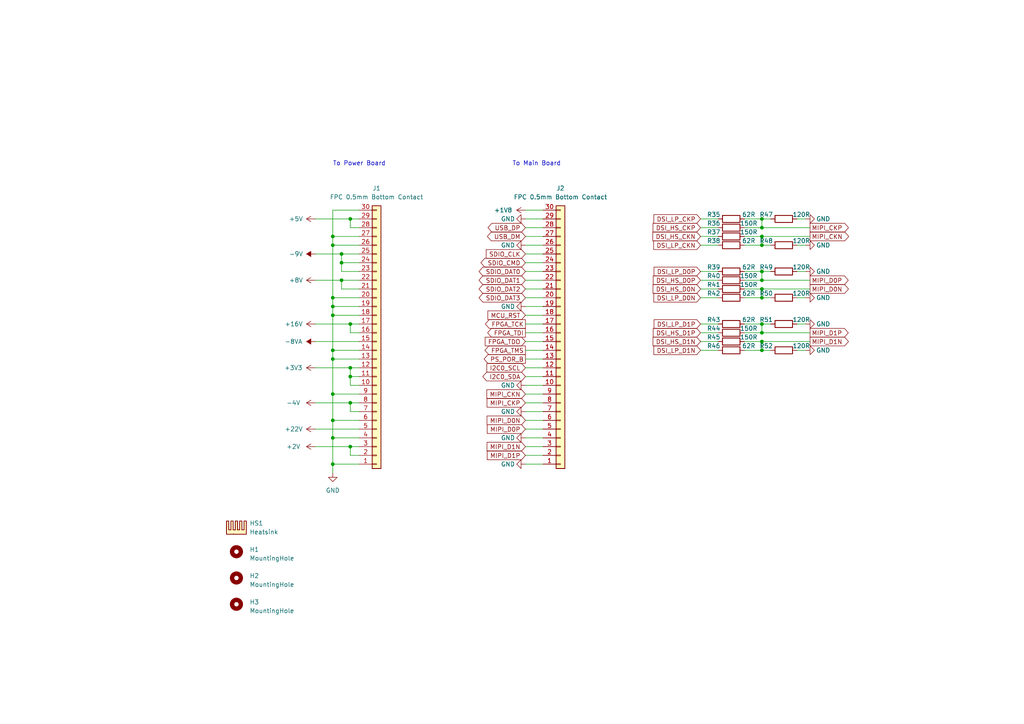
<source format=kicad_sch>
(kicad_sch (version 20231120) (generator "eeschema") (generator_version "8.0")
  (paper "A4")
  (title_block (title "IOB Connectors") (date "2024-06-09") (rev "R0.10") (company "Copyright 2024 Anhang Li, Wenting Zhang") (comment 2 "MERCHANTABILITY, SATISFACTORY QUALITY AND FITNESS FOR A PARTICULAR PURPOSE.") (comment 3 "This source is distributed WITHOUT ANY EXPRESS OR IMPLIED WARRANTY, INCLUDING OF") (comment 4 "This source describes Open Hardware and is licensed under the CERN-OHL-P v2."))
  (lib_symbols
    (symbol "Connector_Generic:Conn_01x30" (pin_names (offset 1.016) hide)
      (property "Reference" "J" (at 0 38.1 0))
      (property "Value" "Conn_01x30" (at 0 -40.64 0))
      (symbol "Conn_01x30_1_1"
        (rectangle (start -1.27 -37.973) (end 0 -38.227) (stroke (width 0.1524)))
        (rectangle (start -1.27 -35.433) (end 0 -35.687) (stroke (width 0.1524)))
        (rectangle (start -1.27 -32.893) (end 0 -33.147) (stroke (width 0.1524)))
        (rectangle (start -1.27 -30.353) (end 0 -30.607) (stroke (width 0.1524)))
        (rectangle (start -1.27 -27.813) (end 0 -28.067) (stroke (width 0.1524)))
        (rectangle (start -1.27 -25.273) (end 0 -25.527) (stroke (width 0.1524)))
        (rectangle (start -1.27 -22.733) (end 0 -22.987) (stroke (width 0.1524)))
        (rectangle (start -1.27 -20.193) (end 0 -20.447) (stroke (width 0.1524)))
        (rectangle (start -1.27 -17.653) (end 0 -17.907) (stroke (width 0.1524)))
        (rectangle (start -1.27 -15.113) (end 0 -15.367) (stroke (width 0.1524)))
        (rectangle (start -1.27 -12.573) (end 0 -12.827) (stroke (width 0.1524)))
        (rectangle (start -1.27 -10.033) (end 0 -10.287) (stroke (width 0.1524)))
        (rectangle (start -1.27 -7.493) (end 0 -7.747) (stroke (width 0.1524)))
        (rectangle (start -1.27 -4.953) (end 0 -5.207) (stroke (width 0.1524)))
        (rectangle (start -1.27 -2.413) (end 0 -2.667) (stroke (width 0.1524)))
        (rectangle (start -1.27 0.127) (end 0 -0.127) (stroke (width 0.1524)))
        (rectangle (start -1.27 2.667) (end 0 2.413) (stroke (width 0.1524)))
        (rectangle (start -1.27 5.207) (end 0 4.953) (stroke (width 0.1524)))
        (rectangle (start -1.27 7.747) (end 0 7.493) (stroke (width 0.1524)))
        (rectangle (start -1.27 10.287) (end 0 10.033) (stroke (width 0.1524)))
        (rectangle (start -1.27 12.827) (end 0 12.573) (stroke (width 0.1524)))
        (rectangle (start -1.27 15.367) (end 0 15.113) (stroke (width 0.1524)))
        (rectangle (start -1.27 17.907) (end 0 17.653) (stroke (width 0.1524)))
        (rectangle (start -1.27 20.447) (end 0 20.193) (stroke (width 0.1524)))
        (rectangle (start -1.27 22.987) (end 0 22.733) (stroke (width 0.1524)))
        (rectangle (start -1.27 25.527) (end 0 25.273) (stroke (width 0.1524)))
        (rectangle (start -1.27 28.067) (end 0 27.813) (stroke (width 0.1524)))
        (rectangle (start -1.27 30.607) (end 0 30.353) (stroke (width 0.1524)))
        (rectangle (start -1.27 33.147) (end 0 32.893) (stroke (width 0.1524)))
        (rectangle (start -1.27 35.687) (end 0 35.433) (stroke (width 0.1524)))
        (rectangle (start -1.27 36.83) (end 1.27 -39.37) (stroke (width 0.254)) (fill (type background)))
        (pin passive line (at -5.08 35.56 0) (length 3.81) (name "Pin_1") (number "1"))
        (pin passive line (at -5.08 12.7 0) (length 3.81) (name "Pin_10") (number "10"))
        (pin passive line (at -5.08 10.16 0) (length 3.81) (name "Pin_11") (number "11"))
        (pin passive line (at -5.08 7.62 0) (length 3.81) (name "Pin_12") (number "12"))
        (pin passive line (at -5.08 5.08 0) (length 3.81) (name "Pin_13") (number "13"))
        (pin passive line (at -5.08 2.54 0) (length 3.81) (name "Pin_14") (number "14"))
        (pin passive line (at -5.08 0 0) (length 3.81) (name "Pin_15") (number "15"))
        (pin passive line (at -5.08 -2.54 0) (length 3.81) (name "Pin_16") (number "16"))
        (pin passive line (at -5.08 -5.08 0) (length 3.81) (name "Pin_17") (number "17"))
        (pin passive line (at -5.08 -7.62 0) (length 3.81) (name "Pin_18") (number "18"))
        (pin passive line (at -5.08 -10.16 0) (length 3.81) (name "Pin_19") (number "19"))
        (pin passive line (at -5.08 33.02 0) (length 3.81) (name "Pin_2") (number "2"))
        (pin passive line (at -5.08 -12.7 0) (length 3.81) (name "Pin_20") (number "20"))
        (pin passive line (at -5.08 -15.24 0) (length 3.81) (name "Pin_21") (number "21"))
        (pin passive line (at -5.08 -17.78 0) (length 3.81) (name "Pin_22") (number "22"))
        (pin passive line (at -5.08 -20.32 0) (length 3.81) (name "Pin_23") (number "23"))
        (pin passive line (at -5.08 -22.86 0) (length 3.81) (name "Pin_24") (number "24"))
        (pin passive line (at -5.08 -25.4 0) (length 3.81) (name "Pin_25") (number "25"))
        (pin passive line (at -5.08 -27.94 0) (length 3.81) (name "Pin_26") (number "26"))
        (pin passive line (at -5.08 -30.48 0) (length 3.81) (name "Pin_27") (number "27"))
        (pin passive line (at -5.08 -33.02 0) (length 3.81) (name "Pin_28") (number "28"))
        (pin passive line (at -5.08 -35.56 0) (length 3.81) (name "Pin_29") (number "29"))
        (pin passive line (at -5.08 30.48 0) (length 3.81) (name "Pin_3") (number "3"))
        (pin passive line (at -5.08 -38.1 0) (length 3.81) (name "Pin_30") (number "30"))
        (pin passive line (at -5.08 27.94 0) (length 3.81) (name "Pin_4") (number "4"))
        (pin passive line (at -5.08 25.4 0) (length 3.81) (name "Pin_5") (number "5"))
        (pin passive line (at -5.08 22.86 0) (length 3.81) (name "Pin_6") (number "6"))
        (pin passive line (at -5.08 20.32 0) (length 3.81) (name "Pin_7") (number "7"))
        (pin passive line (at -5.08 17.78 0) (length 3.81) (name "Pin_8") (number "8"))
        (pin passive line (at -5.08 15.24 0) (length 3.81) (name "Pin_9") (number "9"))
      )
    )
    (symbol "Device:R" (pin_numbers hide) (pin_names (offset 0))
      (property "Reference" "R" (at 2.032 0 90))
      (property "Value" "R" (at 0 0 90))
      (symbol "R_0_1"
        (rectangle (start -1.016 -2.54) (end 1.016 2.54) (stroke (width 0.254)))
      )
      (symbol "R_1_1"
        (pin passive line (at 0 3.81 270) (length 1.27) (name "~") (number "1"))
        (pin passive line (at 0 -3.81 90) (length 1.27) (name "~") (number "2"))
      )
    )
    (symbol "Mechanical:Heatsink" (pin_names (offset 1.016))
      (property "Reference" "HS" (at 0 5.08 0))
      (property "Value" "Heatsink" (at 0 -1.27 0))
      (symbol "Heatsink_0_1"
        (polyline (pts (xy -0.3302 1.27) (xy -0.9652 1.27) (xy -0.9652 3.81) (xy -1.6002 3.81) (xy -1.6002 1.27) (xy -2.2352 1.27) (xy -2.2352 3.81) (xy -2.8702 3.81) (xy -2.8702 0) (xy -0.9652 0)) (stroke (width 0.254)) (fill (type background)))
        (polyline (pts (xy -0.3302 1.27) (xy -0.3302 3.81) (xy 0.3048 3.81) (xy 0.3048 1.27) (xy 0.9398 1.27) (xy 0.9398 3.81) (xy 1.5748 3.81) (xy 1.5748 1.27) (xy 2.2098 1.27) (xy 2.2098 3.81) (xy 2.8448 3.81) (xy 2.8448 0) (xy -0.9652 0)) (stroke (width 0.254)) (fill (type background)))
      )
    )
    (symbol "Mechanical:MountingHole" (pin_names (offset 1.016))
      (property "Reference" "H" (at 0 5.08 0))
      (property "Value" "MountingHole" (at 0 3.175 0))
      (symbol "MountingHole_0_1"
        (circle (center 0 0) (radius 1.27) (stroke (width 1.27)))
      )
    )
    (symbol "Sitina:+2V" (power) (pin_names (offset 0))
      (property "Value" "+2V" (at 0 3.556 0))
      (symbol "+2V_0_1"
        (polyline (pts (xy -0.762 1.27) (xy 0 2.54)))
        (polyline (pts (xy 0 0) (xy 0 2.54)))
        (polyline (pts (xy 0 2.54) (xy 0.762 1.27)))
      )
      (symbol "+2V_1_1"
        (pin power_in line (at 0 0 90) (length 0) hide (name "+2V") (number "1"))
      )
    )
    (symbol "Sitina:-4V" (power) (pin_names (offset 0))
      (property "Value" "-4V" (at 0 3.556 0))
      (symbol "-4V_0_1"
        (polyline (pts (xy -0.762 1.27) (xy 0 2.54)))
        (polyline (pts (xy 0 0) (xy 0 2.54)))
        (polyline (pts (xy 0 2.54) (xy 0.762 1.27)))
      )
      (symbol "-4V_1_1"
        (pin power_in line (at 0 0 90) (length 0) hide (name "-4V") (number "1"))
      )
    )
    (symbol "power:+1V8" (power) (pin_names (offset 0))
      (property "Value" "+1V8" (at 0 3.556 0))
      (symbol "+1V8_0_1"
        (polyline (pts (xy -0.762 1.27) (xy 0 2.54)))
        (polyline (pts (xy 0 0) (xy 0 2.54)))
        (polyline (pts (xy 0 2.54) (xy 0.762 1.27)))
      )
      (symbol "+1V8_1_1"
        (pin power_in line (at 0 0 90) (length 0) hide (name "+1V8") (number "1"))
      )
    )
    (symbol "power:+3V3" (power) (pin_names (offset 0))
      (property "Value" "+3V3" (at 0 3.556 0))
      (symbol "+3V3_0_1"
        (polyline (pts (xy -0.762 1.27) (xy 0 2.54)))
        (polyline (pts (xy 0 0) (xy 0 2.54)))
        (polyline (pts (xy 0 2.54) (xy 0.762 1.27)))
      )
      (symbol "+3V3_1_1"
        (pin power_in line (at 0 0 90) (length 0) hide (name "+3V3") (number "1"))
      )
    )
    (symbol "power:+5V" (power) (pin_names (offset 0))
      (property "Value" "+5V" (at 0 3.556 0))
      (symbol "+5V_0_1"
        (polyline (pts (xy -0.762 1.27) (xy 0 2.54)))
        (polyline (pts (xy 0 0) (xy 0 2.54)))
        (polyline (pts (xy 0 2.54) (xy 0.762 1.27)))
      )
      (symbol "+5V_1_1"
        (pin power_in line (at 0 0 90) (length 0) hide (name "+5V") (number "1"))
      )
    )
    (symbol "power:+8V" (power) (pin_names (offset 0))
      (property "Value" "+8V" (at 0 3.556 0))
      (symbol "+8V_0_1"
        (polyline (pts (xy -0.762 1.27) (xy 0 2.54)))
        (polyline (pts (xy 0 0) (xy 0 2.54)))
        (polyline (pts (xy 0 2.54) (xy 0.762 1.27)))
      )
      (symbol "+8V_1_1"
        (pin power_in line (at 0 0 90) (length 0) hide (name "+8V") (number "1"))
      )
    )
    (symbol "power:-9V" (power) (pin_names (offset 0))
      (property "Value" "-9V" (at 0 3.81 0))
      (symbol "-9V_0_1"
        (polyline (pts (xy 0 0) (xy 0 2.54)))
        (polyline (pts (xy 0.762 1.27) (xy -0.762 1.27) (xy 0 2.54) (xy 0.762 1.27)) (fill (type outline)))
      )
      (symbol "-9V_1_1"
        (pin power_in line (at 0 0 90) (length 0) hide (name "-9V") (number "1"))
      )
    )
    (symbol "power:GND" (power) (pin_names (offset 0))
      (property "Value" "GND" (at 0 -3.81 0))
      (symbol "GND_0_1"
        (polyline (pts (xy 0 0) (xy 0 -1.27) (xy 1.27 -1.27) (xy 0 -2.54) (xy -1.27 -1.27) (xy 0 -1.27)))
      )
      (symbol "GND_1_1"
        (pin power_in line (at 0 0 270) (length 0) hide (name "GND") (number "1"))
      )
    )
    (symbol "symbols:+16V" (power) (pin_names (offset 0))
      (property "Value" "+16V" (at 0 3.556 0))
      (symbol "+16V_0_1"
        (polyline (pts (xy -0.762 1.27) (xy 0 2.54)))
        (polyline (pts (xy 0 0) (xy 0 2.54)))
        (polyline (pts (xy 0 2.54) (xy 0.762 1.27)))
      )
      (symbol "+16V_1_1"
        (pin power_in line (at 0 0 90) (length 0) hide (name "+16V") (number "1"))
      )
    )
  )
  (junction (at 220.98 66.04))
  (junction (at 220.98 63.5))
  (junction (at 96.52 127))
  (junction (at 96.52 68.58))
  (junction (at 96.52 88.9))
  (junction (at 96.52 121.92))
  (junction (at 220.98 86.36))
  (junction (at 220.98 83.82))
  (junction (at 220.98 71.12))
  (junction (at 220.98 78.74))
  (junction (at 101.6 116.84))
  (junction (at 101.6 106.68))
  (junction (at 101.6 109.22))
  (junction (at 99.06 76.2))
  (junction (at 96.52 101.6))
  (junction (at 96.52 134.62))
  (junction (at 96.52 114.3))
  (junction (at 96.52 104.14))
  (junction (at 220.98 101.6))
  (junction (at 96.52 71.12))
  (junction (at 220.98 99.06))
  (junction (at 220.98 68.58))
  (junction (at 99.06 81.28))
  (junction (at 101.6 129.54))
  (junction (at 220.98 93.98))
  (junction (at 101.6 63.5))
  (junction (at 101.6 93.98))
  (junction (at 220.98 81.28))
  (junction (at 220.98 96.52))
  (junction (at 96.52 91.44))
  (junction (at 96.52 86.36))
  (junction (at 99.06 73.66))
  (wire (pts (xy 152.4 86.36) (xy 157.48 86.36)))
  (wire (pts (xy 96.52 91.44) (xy 96.52 101.6)))
  (wire (pts (xy 203.2 68.58) (xy 208.28 68.58)))
  (wire (pts (xy 104.14 109.22) (xy 101.6 109.22)))
  (wire (pts (xy 220.98 68.58) (xy 220.98 71.12)))
  (wire (pts (xy 104.14 83.82) (xy 99.06 83.82)))
  (wire (pts (xy 101.6 119.38) (xy 101.6 116.84)))
  (wire (pts (xy 215.9 81.28) (xy 220.98 81.28)))
  (wire (pts (xy 203.2 86.36) (xy 208.28 86.36)))
  (wire (pts (xy 101.6 116.84) (xy 104.14 116.84)))
  (wire (pts (xy 203.2 101.6) (xy 208.28 101.6)))
  (wire (pts (xy 96.52 121.92) (xy 104.14 121.92)))
  (wire (pts (xy 91.44 116.84) (xy 101.6 116.84)))
  (wire (pts (xy 152.4 78.74) (xy 157.48 78.74)))
  (wire (pts (xy 152.4 132.08) (xy 157.48 132.08)))
  (wire (pts (xy 152.4 73.66) (xy 157.48 73.66)))
  (wire (pts (xy 215.9 78.74) (xy 220.98 78.74)))
  (wire (pts (xy 220.98 81.28) (xy 234.95 81.28)))
  (wire (pts (xy 152.4 124.46) (xy 157.48 124.46)))
  (wire (pts (xy 215.9 83.82) (xy 220.98 83.82)))
  (wire (pts (xy 220.98 83.82) (xy 220.98 86.36)))
  (wire (pts (xy 215.9 68.58) (xy 220.98 68.58)))
  (wire (pts (xy 91.44 63.5) (xy 101.6 63.5)))
  (wire (pts (xy 231.14 101.6) (xy 233.68 101.6)))
  (wire (pts (xy 231.14 78.74) (xy 233.68 78.74)))
  (wire (pts (xy 215.9 96.52) (xy 220.98 96.52)))
  (wire (pts (xy 96.52 86.36) (xy 96.52 88.9)))
  (wire (pts (xy 220.98 71.12) (xy 223.52 71.12)))
  (wire (pts (xy 215.9 63.5) (xy 220.98 63.5)))
  (wire (pts (xy 220.98 63.5) (xy 223.52 63.5)))
  (wire (pts (xy 96.52 104.14) (xy 96.52 114.3)))
  (wire (pts (xy 91.44 93.98) (xy 101.6 93.98)))
  (wire (pts (xy 96.52 68.58) (xy 96.52 60.96)))
  (wire (pts (xy 152.4 71.12) (xy 157.48 71.12)))
  (wire (pts (xy 152.4 81.28) (xy 157.48 81.28)))
  (wire (pts (xy 220.98 78.74) (xy 223.52 78.74)))
  (wire (pts (xy 152.4 109.22) (xy 157.48 109.22)))
  (wire (pts (xy 215.9 99.06) (xy 220.98 99.06)))
  (wire (pts (xy 152.4 63.5) (xy 157.48 63.5)))
  (wire (pts (xy 152.4 76.2) (xy 157.48 76.2)))
  (wire (pts (xy 220.98 66.04) (xy 220.98 63.5)))
  (wire (pts (xy 91.44 81.28) (xy 99.06 81.28)))
  (wire (pts (xy 104.14 76.2) (xy 99.06 76.2)))
  (wire (pts (xy 220.98 81.28) (xy 220.98 78.74)))
  (wire (pts (xy 152.4 106.68) (xy 157.48 106.68)))
  (wire (pts (xy 220.98 93.98) (xy 223.52 93.98)))
  (wire (pts (xy 104.14 132.08) (xy 101.6 132.08)))
  (wire (pts (xy 220.98 96.52) (xy 234.95 96.52)))
  (wire (pts (xy 152.4 114.3) (xy 157.48 114.3)))
  (wire (pts (xy 152.4 127) (xy 157.48 127)))
  (wire (pts (xy 215.9 71.12) (xy 220.98 71.12)))
  (wire (pts (xy 99.06 78.74) (xy 99.06 76.2)))
  (wire (pts (xy 215.9 86.36) (xy 220.98 86.36)))
  (wire (pts (xy 215.9 66.04) (xy 220.98 66.04)))
  (wire (pts (xy 152.4 60.96) (xy 157.48 60.96)))
  (wire (pts (xy 99.06 81.28) (xy 104.14 81.28)))
  (wire (pts (xy 152.4 96.52) (xy 157.48 96.52)))
  (wire (pts (xy 152.4 88.9) (xy 157.48 88.9)))
  (wire (pts (xy 152.4 101.6) (xy 157.48 101.6)))
  (wire (pts (xy 96.52 71.12) (xy 96.52 68.58)))
  (wire (pts (xy 152.4 116.84) (xy 157.48 116.84)))
  (wire (pts (xy 101.6 93.98) (xy 104.14 93.98)))
  (wire (pts (xy 91.44 129.54) (xy 101.6 129.54)))
  (wire (pts (xy 152.4 129.54) (xy 157.48 129.54)))
  (wire (pts (xy 215.9 93.98) (xy 220.98 93.98)))
  (wire (pts (xy 203.2 63.5) (xy 208.28 63.5)))
  (wire (pts (xy 203.2 96.52) (xy 208.28 96.52)))
  (wire (pts (xy 99.06 76.2) (xy 99.06 73.66)))
  (wire (pts (xy 220.98 96.52) (xy 220.98 93.98)))
  (wire (pts (xy 101.6 106.68) (xy 104.14 106.68)))
  (wire (pts (xy 96.52 134.62) (xy 104.14 134.62)))
  (wire (pts (xy 96.52 134.62) (xy 96.52 137.16)))
  (wire (pts (xy 96.52 101.6) (xy 104.14 101.6)))
  (wire (pts (xy 231.14 93.98) (xy 233.68 93.98)))
  (wire (pts (xy 152.4 134.62) (xy 157.48 134.62)))
  (wire (pts (xy 152.4 91.44) (xy 157.48 91.44)))
  (wire (pts (xy 220.98 101.6) (xy 223.52 101.6)))
  (wire (pts (xy 220.98 99.06) (xy 220.98 101.6)))
  (wire (pts (xy 152.4 119.38) (xy 157.48 119.38)))
  (wire (pts (xy 101.6 63.5) (xy 104.14 63.5)))
  (wire (pts (xy 203.2 93.98) (xy 208.28 93.98)))
  (wire (pts (xy 231.14 86.36) (xy 233.68 86.36)))
  (wire (pts (xy 104.14 111.76) (xy 101.6 111.76)))
  (wire (pts (xy 96.52 86.36) (xy 104.14 86.36)))
  (wire (pts (xy 203.2 99.06) (xy 208.28 99.06)))
  (wire (pts (xy 203.2 78.74) (xy 208.28 78.74)))
  (wire (pts (xy 96.52 60.96) (xy 104.14 60.96)))
  (wire (pts (xy 220.98 66.04) (xy 234.95 66.04)))
  (wire (pts (xy 96.52 91.44) (xy 104.14 91.44)))
  (wire (pts (xy 96.52 101.6) (xy 96.52 104.14)))
  (wire (pts (xy 152.4 121.92) (xy 157.48 121.92)))
  (wire (pts (xy 152.4 93.98) (xy 157.48 93.98)))
  (wire (pts (xy 96.52 68.58) (xy 104.14 68.58)))
  (wire (pts (xy 104.14 119.38) (xy 101.6 119.38)))
  (wire (pts (xy 152.4 99.06) (xy 157.48 99.06)))
  (wire (pts (xy 220.98 83.82) (xy 234.95 83.82)))
  (wire (pts (xy 101.6 66.04) (xy 101.6 63.5)))
  (wire (pts (xy 152.4 104.14) (xy 157.48 104.14)))
  (wire (pts (xy 96.52 71.12) (xy 104.14 71.12)))
  (wire (pts (xy 101.6 129.54) (xy 101.6 132.08)))
  (wire (pts (xy 104.14 96.52) (xy 101.6 96.52)))
  (wire (pts (xy 215.9 101.6) (xy 220.98 101.6)))
  (wire (pts (xy 101.6 109.22) (xy 101.6 106.68)))
  (wire (pts (xy 203.2 81.28) (xy 208.28 81.28)))
  (wire (pts (xy 152.4 66.04) (xy 157.48 66.04)))
  (wire (pts (xy 152.4 83.82) (xy 157.48 83.82)))
  (wire (pts (xy 101.6 129.54) (xy 104.14 129.54)))
  (wire (pts (xy 104.14 66.04) (xy 101.6 66.04)))
  (wire (pts (xy 152.4 111.76) (xy 157.48 111.76)))
  (wire (pts (xy 231.14 63.5) (xy 233.68 63.5)))
  (wire (pts (xy 96.52 71.12) (xy 96.52 86.36)))
  (wire (pts (xy 104.14 127) (xy 96.52 127)))
  (wire (pts (xy 220.98 86.36) (xy 223.52 86.36)))
  (wire (pts (xy 96.52 104.14) (xy 104.14 104.14)))
  (wire (pts (xy 101.6 96.52) (xy 101.6 93.98)))
  (wire (pts (xy 96.52 114.3) (xy 96.52 121.92)))
  (wire (pts (xy 99.06 81.28) (xy 99.06 83.82)))
  (wire (pts (xy 104.14 78.74) (xy 99.06 78.74)))
  (wire (pts (xy 96.52 88.9) (xy 96.52 91.44)))
  (wire (pts (xy 96.52 114.3) (xy 104.14 114.3)))
  (wire (pts (xy 99.06 73.66) (xy 104.14 73.66)))
  (wire (pts (xy 91.44 124.46) (xy 104.14 124.46)))
  (wire (pts (xy 91.44 106.68) (xy 101.6 106.68)))
  (wire (pts (xy 203.2 66.04) (xy 208.28 66.04)))
  (wire (pts (xy 96.52 121.92) (xy 96.52 127)))
  (wire (pts (xy 91.44 73.66) (xy 99.06 73.66)))
  (wire (pts (xy 203.2 83.82) (xy 208.28 83.82)))
  (wire (pts (xy 220.98 99.06) (xy 234.95 99.06)))
  (wire (pts (xy 152.4 68.58) (xy 157.48 68.58)))
  (wire (pts (xy 231.14 71.12) (xy 233.68 71.12)))
  (wire (pts (xy 203.2 71.12) (xy 208.28 71.12)))
  (wire (pts (xy 96.52 88.9) (xy 104.14 88.9)))
  (wire (pts (xy 220.98 68.58) (xy 234.95 68.58)))
  (wire (pts (xy 101.6 111.76) (xy 101.6 109.22)))
  (wire (pts (xy 96.52 127) (xy 96.52 134.62)))
  (wire (pts (xy 91.44 99.06) (xy 104.14 99.06)))
  (text "To Power Board" (at 96.52 48.26 0) (effects (font (size 1.27 1.27)) (justify left bottom)))
  (text "To Main Board" (at 148.59 48.26 0) (effects (font (size 1.27 1.27)) (justify left bottom)))
  (global_label "DSI_HS_D1N" (shape input) (at 203.2 99.06 180) (property "Intersheetrefs" "${INTERSHEET_REFS}" (effects (hide yes))))
  (global_label "FPGA_TCK" (shape output) (at 152.4 93.98 180) (property "Intersheetrefs" "${INTERSHEET_REFS}" (effects (hide yes))))
  (global_label "I2C0_SCL" (shape input) (at 152.4 106.68 180) (property "Intersheetrefs" "${INTERSHEET_REFS}" (effects (hide yes))))
  (global_label "PS_POR_B" (shape output) (at 152.4 104.14 180) (property "Intersheetrefs" "${INTERSHEET_REFS}" (effects (hide yes))))
  (global_label "MIPI_D1P" (shape output) (at 234.95 96.52 0) (property "Intersheetrefs" "${INTERSHEET_REFS}" (effects (hide yes))))
  (global_label "MCU_RST" (shape input) (at 152.4 91.44 180) (property "Intersheetrefs" "${INTERSHEET_REFS}" (effects (hide yes))))
  (global_label "SDIO_DAT1" (shape bidirectional) (at 152.4 81.28 180) (property "Intersheetrefs" "${INTERSHEET_REFS}" (effects (hide yes))))
  (global_label "USB_DP" (shape bidirectional) (at 152.4 66.04 180) (property "Intersheetrefs" "${INTERSHEET_REFS}" (effects (hide yes))))
  (global_label "FPGA_TDI" (shape output) (at 152.4 96.52 180) (property "Intersheetrefs" "${INTERSHEET_REFS}" (effects (hide yes))))
  (global_label "SDIO_CLK" (shape input) (at 152.4 73.66 180) (property "Intersheetrefs" "${INTERSHEET_REFS}" (effects (hide yes))))
  (global_label "DSI_LP_D1P" (shape input) (at 203.2 93.98 180) (property "Intersheetrefs" "${INTERSHEET_REFS}" (effects (hide yes))))
  (global_label "I2C0_SDA" (shape bidirectional) (at 152.4 109.22 180) (property "Intersheetrefs" "${INTERSHEET_REFS}" (effects (hide yes))))
  (global_label "MIPI_D1N" (shape input) (at 152.4 129.54 180) (property "Intersheetrefs" "${INTERSHEET_REFS}" (effects (hide yes))))
  (global_label "MIPI_D0N" (shape input) (at 152.4 121.92 180) (property "Intersheetrefs" "${INTERSHEET_REFS}" (effects (hide yes))))
  (global_label "DSI_HS_D0P" (shape input) (at 203.2 81.28 180) (property "Intersheetrefs" "${INTERSHEET_REFS}" (effects (hide yes))))
  (global_label "SDIO_DAT3" (shape bidirectional) (at 152.4 86.36 180) (property "Intersheetrefs" "${INTERSHEET_REFS}" (effects (hide yes))))
  (global_label "DSI_LP_CKN" (shape input) (at 203.2 71.12 180) (property "Intersheetrefs" "${INTERSHEET_REFS}" (effects (hide yes))))
  (global_label "MIPI_D1N" (shape output) (at 234.95 99.06 0) (property "Intersheetrefs" "${INTERSHEET_REFS}" (effects (hide yes))))
  (global_label "MIPI_D0P" (shape output) (at 234.95 81.28 0) (property "Intersheetrefs" "${INTERSHEET_REFS}" (effects (hide yes))))
  (global_label "SDIO_CMD" (shape bidirectional) (at 152.4 76.2 180) (property "Intersheetrefs" "${INTERSHEET_REFS}" (effects (hide yes))))
  (global_label "DSI_LP_CKP" (shape input) (at 203.2 63.5 180) (property "Intersheetrefs" "${INTERSHEET_REFS}" (effects (hide yes))))
  (global_label "MIPI_D0P" (shape input) (at 152.4 124.46 180) (property "Intersheetrefs" "${INTERSHEET_REFS}" (effects (hide yes))))
  (global_label "DSI_HS_D0N" (shape input) (at 203.2 83.82 180) (property "Intersheetrefs" "${INTERSHEET_REFS}" (effects (hide yes))))
  (global_label "FPGA_TMS" (shape output) (at 152.4 101.6 180) (property "Intersheetrefs" "${INTERSHEET_REFS}" (effects (hide yes))))
  (global_label "FPGA_TDO" (shape input) (at 152.4 99.06 180) (property "Intersheetrefs" "${INTERSHEET_REFS}" (effects (hide yes))))
  (global_label "SDIO_DAT0" (shape bidirectional) (at 152.4 78.74 180) (property "Intersheetrefs" "${INTERSHEET_REFS}" (effects (hide yes))))
  (global_label "DSI_LP_D0N" (shape input) (at 203.2 86.36 180) (property "Intersheetrefs" "${INTERSHEET_REFS}" (effects (hide yes))))
  (global_label "MIPI_CKP" (shape input) (at 152.4 116.84 180) (property "Intersheetrefs" "${INTERSHEET_REFS}" (effects (hide yes))))
  (global_label "DSI_HS_CKN" (shape input) (at 203.2 68.58 180) (property "Intersheetrefs" "${INTERSHEET_REFS}" (effects (hide yes))))
  (global_label "USB_DM" (shape bidirectional) (at 152.4 68.58 180) (property "Intersheetrefs" "${INTERSHEET_REFS}" (effects (hide yes))))
  (global_label "MIPI_D0N" (shape output) (at 234.95 83.82 0) (property "Intersheetrefs" "${INTERSHEET_REFS}" (effects (hide yes))))
  (global_label "DSI_HS_CKP" (shape input) (at 203.2 66.04 180) (property "Intersheetrefs" "${INTERSHEET_REFS}" (effects (hide yes))))
  (global_label "MIPI_CKP" (shape output) (at 234.95 66.04 0) (property "Intersheetrefs" "${INTERSHEET_REFS}" (effects (hide yes))))
  (global_label "SDIO_DAT2" (shape bidirectional) (at 152.4 83.82 180) (property "Intersheetrefs" "${INTERSHEET_REFS}" (effects (hide yes))))
  (global_label "MIPI_D1P" (shape input) (at 152.4 132.08 180) (property "Intersheetrefs" "${INTERSHEET_REFS}" (effects (hide yes))))
  (global_label "DSI_LP_D1N" (shape input) (at 203.2 101.6 180) (property "Intersheetrefs" "${INTERSHEET_REFS}" (effects (hide yes))))
  (global_label "DSI_HS_D1P" (shape input) (at 203.2 96.52 180) (property "Intersheetrefs" "${INTERSHEET_REFS}" (effects (hide yes))))
  (global_label "MIPI_CKN" (shape output) (at 234.95 68.58 0) (property "Intersheetrefs" "${INTERSHEET_REFS}" (effects (hide yes))))
  (global_label "MIPI_CKN" (shape input) (at 152.4 114.3 180) (property "Intersheetrefs" "${INTERSHEET_REFS}" (effects (hide yes))))
  (global_label "DSI_LP_D0P" (shape input) (at 203.2 78.74 180) (property "Intersheetrefs" "${INTERSHEET_REFS}" (effects (hide yes))))
  (symbol (lib_id "Device:R") (at 212.09 83.82 270) (unit 1)
    (property "Reference" "R41" (at 207.01 82.55 90))
    (property "Value" "150R" (at 217.17 82.55 90))
    (property "Footprint" "Resistor_SMD:R_0402_1005Metric" (effects (hide yes)))
  )
  (symbol (lib_id "power:+8V") (at 91.44 81.28 90) (unit 1)
    (property "Reference" "#PWR092" (effects (hide yes)))
    (property "Value" "+8V" (at 83.82 81.28 90) (effects (justify right)))
  )
  (symbol (lib_id "Device:R") (at 227.33 71.12 270) (unit 1)
    (property "Reference" "R48" (at 222.25 69.85 90))
    (property "Value" "120R" (at 232.41 69.85 90))
    (property "Footprint" "Resistor_SMD:R_0402_1005Metric" (effects (hide yes)))
  )
  (symbol (lib_id "power:GND") (at 152.4 88.9 270) (mirror x) (unit 1)
    (property "Reference" "#PWR083" (effects (hide yes)))
    (property "Value" "GND" (at 147.32 88.9 90))
  )
  (symbol (lib_id "Device:R") (at 212.09 66.04 270) (unit 1)
    (property "Reference" "R36" (at 207.01 64.77 90))
    (property "Value" "150R" (at 217.17 64.77 90))
    (property "Footprint" "Resistor_SMD:R_0402_1005Metric" (effects (hide yes)))
  )
  (symbol (lib_id "power:-9V") (at 91.44 99.06 90) (unit 1)
    (property "Reference" "#PWR085" (effects (hide yes)))
    (property "Value" "-8VA" (at 82.55 99.06 90) (effects (justify right)))
  )
  (symbol (lib_id "power:GND") (at 152.4 134.62 270) (mirror x) (unit 1)
    (property "Reference" "#PWR0101" (effects (hide yes)))
    (property "Value" "GND" (at 147.32 134.62 90))
  )
  (symbol (lib_id "Mechanical:MountingHole") (at 68.58 160.02 0) (unit 1)
    (property "Reference" "H1" (at 72.39 159.3849 0) (effects (justify left)))
    (property "Value" "MountingHole" (at 72.39 161.9249 0) (effects (justify left)))
    (property "Footprint" "MountingHole:MountingHole_2.2mm_M2_DIN965" (effects (hide yes)))
  )
  (symbol (lib_id "power:GND") (at 233.68 93.98 90) (mirror x) (unit 1)
    (property "Reference" "#PWR0106" (effects (hide yes)))
    (property "Value" "GND" (at 238.76 93.98 90))
  )
  (symbol (lib_id "Device:R") (at 212.09 93.98 270) (unit 1)
    (property "Reference" "R43" (at 207.01 92.71 90))
    (property "Value" "62R" (at 217.17 92.71 90))
    (property "Footprint" "Resistor_SMD:R_0402_1005Metric" (effects (hide yes)))
  )
  (symbol (lib_id "power:GND") (at 152.4 63.5 270) (mirror x) (unit 1)
    (property "Reference" "#PWR095" (effects (hide yes)))
    (property "Value" "GND" (at 147.32 63.5 90))
  )
  (symbol (lib_id "Device:R") (at 212.09 71.12 270) (unit 1)
    (property "Reference" "R38" (at 207.01 69.85 90))
    (property "Value" "62R" (at 217.17 69.85 90))
    (property "Footprint" "Resistor_SMD:R_0402_1005Metric" (effects (hide yes)))
  )
  (symbol (lib_id "power:GND") (at 152.4 71.12 270) (mirror x) (unit 1)
    (property "Reference" "#PWR099" (effects (hide yes)))
    (property "Value" "GND" (at 147.32 71.12 90))
  )
  (symbol (lib_id "Device:R") (at 212.09 63.5 270) (unit 1)
    (property "Reference" "R35" (at 207.01 62.23 90))
    (property "Value" "62R" (at 217.17 62.23 90))
    (property "Footprint" "Resistor_SMD:R_0402_1005Metric" (effects (hide yes)))
  )
  (symbol (lib_id "power:+5V") (at 91.44 63.5 90) (unit 1)
    (property "Reference" "#PWR089" (effects (hide yes)))
    (property "Value" "+5V" (at 83.82 63.5 90) (effects (justify right)))
  )
  (symbol (lib_id "symbols:+16V") (at 91.44 93.98 90) (unit 1)
    (property "Reference" "#PWR084" (effects (hide yes)))
    (property "Value" "+16V" (at 82.55 93.98 90) (effects (justify right)))
  )
  (symbol (lib_id "power:+1V8") (at 152.4 60.96 90) (unit 1)
    (property "Reference" "#PWR094" (effects (hide yes)))
    (property "Value" "+1V8" (at 148.59 60.96 90) (effects (justify left)))
  )
  (symbol (lib_id "power:GND") (at 233.68 101.6 90) (mirror x) (unit 1)
    (property "Reference" "#PWR0107" (effects (hide yes)))
    (property "Value" "GND" (at 238.76 101.6 90))
  )
  (symbol (lib_id "Sitina:+2V") (at 91.44 129.54 90) (unit 1)
    (property "Reference" "#PWR087" (effects (hide yes)))
    (property "Value" "+2V" (at 85.09 129.54 90))
  )
  (symbol (lib_id "Device:R") (at 212.09 78.74 270) (unit 1)
    (property "Reference" "R39" (at 207.01 77.47 90))
    (property "Value" "62R" (at 217.17 77.47 90))
    (property "Footprint" "Resistor_SMD:R_0402_1005Metric" (effects (hide yes)))
  )
  (symbol (lib_id "Device:R") (at 227.33 78.74 270) (unit 1)
    (property "Reference" "R49" (at 222.25 77.47 90))
    (property "Value" "120R" (at 232.41 77.47 90))
    (property "Footprint" "Resistor_SMD:R_0402_1005Metric" (effects (hide yes)))
  )
  (symbol (lib_id "power:GND") (at 152.4 111.76 270) (mirror x) (unit 1)
    (property "Reference" "#PWR0100" (effects (hide yes)))
    (property "Value" "GND" (at 147.32 111.76 90))
  )
  (symbol (lib_id "Mechanical:Heatsink") (at 68.58 154.94 0) (unit 1)
    (property "Reference" "HS1" (at 72.39 151.765 0) (effects (justify left)))
    (property "Value" "Heatsink" (at 72.39 154.305 0) (effects (justify left)))
    (property "Footprint" "footprints:sb_heatsink" (effects (hide yes)))
  )
  (symbol (lib_id "Device:R") (at 212.09 96.52 270) (unit 1)
    (property "Reference" "R44" (at 207.01 95.25 90))
    (property "Value" "150R" (at 217.17 95.25 90))
    (property "Footprint" "Resistor_SMD:R_0402_1005Metric" (effects (hide yes)))
  )
  (symbol (lib_id "power:GND") (at 233.68 78.74 90) (mirror x) (unit 1)
    (property "Reference" "#PWR0104" (effects (hide yes)))
    (property "Value" "GND" (at 238.76 78.74 90))
  )
  (symbol (lib_id "power:GND") (at 233.68 86.36 90) (mirror x) (unit 1)
    (property "Reference" "#PWR0105" (effects (hide yes)))
    (property "Value" "GND" (at 238.76 86.36 90))
  )
  (symbol (lib_id "Connector_Generic:Conn_01x30") (at 162.56 99.06 0) (mirror x) (unit 1)
    (property "Reference" "J2" (at 162.56 54.61 0))
    (property "Value" "FPC 0.5mm Bottom Contact" (at 162.56 57.15 0))
    (property "Footprint" "Connector_FFC-FPC:Hirose_FH12-30S-0.5SH_1x30-1MP_P0.50mm_Horizontal" (effects (hide yes)))
  )
  (symbol (lib_id "Device:R") (at 227.33 101.6 270) (unit 1)
    (property "Reference" "R52" (at 222.25 100.33 90))
    (property "Value" "120R" (at 232.41 100.33 90))
    (property "Footprint" "Resistor_SMD:R_0402_1005Metric" (effects (hide yes)))
  )
  (symbol (lib_id "Device:R") (at 227.33 63.5 270) (unit 1)
    (property "Reference" "R47" (at 222.25 62.23 90))
    (property "Value" "120R" (at 232.41 62.23 90))
    (property "Footprint" "Resistor_SMD:R_0402_1005Metric" (effects (hide yes)))
  )
  (symbol (lib_id "Device:R") (at 212.09 101.6 270) (unit 1)
    (property "Reference" "R46" (at 207.01 100.33 90))
    (property "Value" "62R" (at 217.17 100.33 90))
    (property "Footprint" "Resistor_SMD:R_0402_1005Metric" (effects (hide yes)))
  )
  (symbol (lib_id "Device:R") (at 212.09 86.36 270) (unit 1)
    (property "Reference" "R42" (at 207.01 85.09 90))
    (property "Value" "62R" (at 217.17 85.09 90))
    (property "Footprint" "Resistor_SMD:R_0402_1005Metric" (effects (hide yes)))
  )
  (symbol (lib_id "Mechanical:MountingHole") (at 68.58 175.26 0) (unit 1)
    (property "Reference" "H3" (at 72.39 174.6249 0) (effects (justify left)))
    (property "Value" "MountingHole" (at 72.39 177.1649 0) (effects (justify left)))
    (property "Footprint" "MountingHole:MountingHole_2.2mm_M2_DIN965" (effects (hide yes)))
  )
  (symbol (lib_id "power:GND") (at 233.68 63.5 90) (mirror x) (unit 1)
    (property "Reference" "#PWR0102" (effects (hide yes)))
    (property "Value" "GND" (at 238.76 63.5 90))
  )
  (symbol (lib_id "Sitina:-4V") (at 91.44 116.84 90) (unit 1)
    (property "Reference" "#PWR090" (effects (hide yes)))
    (property "Value" "-4V" (at 85.09 116.84 90))
  )
  (symbol (lib_id "power:GND") (at 96.52 137.16 0) (unit 1)
    (property "Reference" "#PWR093" (effects (hide yes)))
    (property "Value" "GND" (at 96.52 142.24 0))
  )
  (symbol (lib_id "power:GND") (at 233.68 71.12 90) (mirror x) (unit 1)
    (property "Reference" "#PWR0103" (effects (hide yes)))
    (property "Value" "GND" (at 238.76 71.12 90))
  )
  (symbol (lib_id "Device:R") (at 212.09 68.58 270) (unit 1)
    (property "Reference" "R37" (at 207.01 67.31 90))
    (property "Value" "150R" (at 217.17 67.31 90))
    (property "Footprint" "Resistor_SMD:R_0402_1005Metric" (effects (hide yes)))
  )
  (symbol (lib_id "Mechanical:MountingHole") (at 68.58 167.64 0) (unit 1)
    (property "Reference" "H2" (at 72.39 167.0049 0) (effects (justify left)))
    (property "Value" "MountingHole" (at 72.39 169.5449 0) (effects (justify left)))
    (property "Footprint" "MountingHole:MountingHole_2.2mm_M2_DIN965" (effects (hide yes)))
  )
  (symbol (lib_id "Device:R") (at 227.33 93.98 270) (unit 1)
    (property "Reference" "R51" (at 222.25 92.71 90))
    (property "Value" "120R" (at 232.41 92.71 90))
    (property "Footprint" "Resistor_SMD:R_0402_1005Metric" (effects (hide yes)))
  )
  (symbol (lib_id "symbols:+16V") (at 91.44 124.46 90) (unit 1)
    (property "Reference" "#PWR086" (effects (hide yes)))
    (property "Value" "+22V" (at 82.55 124.46 90) (effects (justify right)))
  )
  (symbol (lib_id "power:+3V3") (at 91.44 106.68 90) (unit 1)
    (property "Reference" "#PWR098" (effects (hide yes)))
    (property "Value" "+3V3" (at 85.09 106.68 90))
  )
  (symbol (lib_id "power:GND") (at 152.4 127 270) (mirror x) (unit 1)
    (property "Reference" "#PWR06" (effects (hide yes)))
    (property "Value" "GND" (at 147.32 127 90))
  )
  (symbol (lib_id "Device:R") (at 227.33 86.36 270) (unit 1)
    (property "Reference" "R50" (at 222.25 85.09 90))
    (property "Value" "120R" (at 232.41 85.09 90))
    (property "Footprint" "Resistor_SMD:R_0402_1005Metric" (effects (hide yes)))
  )
  (symbol (lib_id "power:GND") (at 152.4 119.38 270) (mirror x) (unit 1)
    (property "Reference" "#PWR097" (effects (hide yes)))
    (property "Value" "GND" (at 147.32 119.38 90))
  )
  (symbol (lib_id "power:-9V") (at 91.44 73.66 90) (unit 1)
    (property "Reference" "#PWR091" (effects (hide yes)))
    (property "Value" "-9V" (at 83.82 73.66 90) (effects (justify right)))
  )
  (symbol (lib_id "Device:R") (at 212.09 81.28 270) (unit 1)
    (property "Reference" "R40" (at 207.01 80.01 90))
    (property "Value" "150R" (at 217.17 80.01 90))
    (property "Footprint" "Resistor_SMD:R_0402_1005Metric" (effects (hide yes)))
  )
  (symbol (lib_id "Device:R") (at 212.09 99.06 270) (unit 1)
    (property "Reference" "R45" (at 207.01 97.79 90))
    (property "Value" "150R" (at 217.17 97.79 90))
    (property "Footprint" "Resistor_SMD:R_0402_1005Metric" (effects (hide yes)))
  )
  (symbol (lib_id "Connector_Generic:Conn_01x30") (at 109.22 99.06 0) (mirror x) (unit 1)
    (property "Reference" "J1" (at 109.22 54.61 0))
    (property "Value" "FPC 0.5mm Bottom Contact" (at 109.22 57.15 0))
    (property "Footprint" "Connector_FFC-FPC:Hirose_FH12-30S-0.5SH_1x30-1MP_P0.50mm_Horizontal" (effects (hide yes)))
  )
)
</source>
